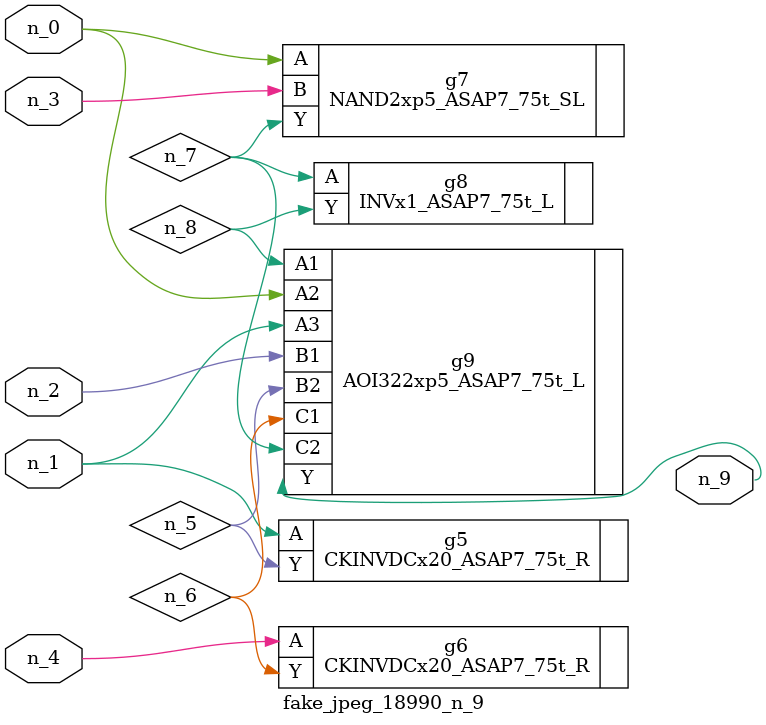
<source format=v>
module fake_jpeg_18990_n_9 (n_3, n_2, n_1, n_0, n_4, n_9);

input n_3;
input n_2;
input n_1;
input n_0;
input n_4;

output n_9;

wire n_8;
wire n_6;
wire n_5;
wire n_7;

CKINVDCx20_ASAP7_75t_R g5 ( 
.A(n_1),
.Y(n_5)
);

CKINVDCx20_ASAP7_75t_R g6 ( 
.A(n_4),
.Y(n_6)
);

NAND2xp5_ASAP7_75t_SL g7 ( 
.A(n_0),
.B(n_3),
.Y(n_7)
);

INVx1_ASAP7_75t_L g8 ( 
.A(n_7),
.Y(n_8)
);

AOI322xp5_ASAP7_75t_L g9 ( 
.A1(n_8),
.A2(n_0),
.A3(n_1),
.B1(n_2),
.B2(n_5),
.C1(n_6),
.C2(n_7),
.Y(n_9)
);


endmodule
</source>
